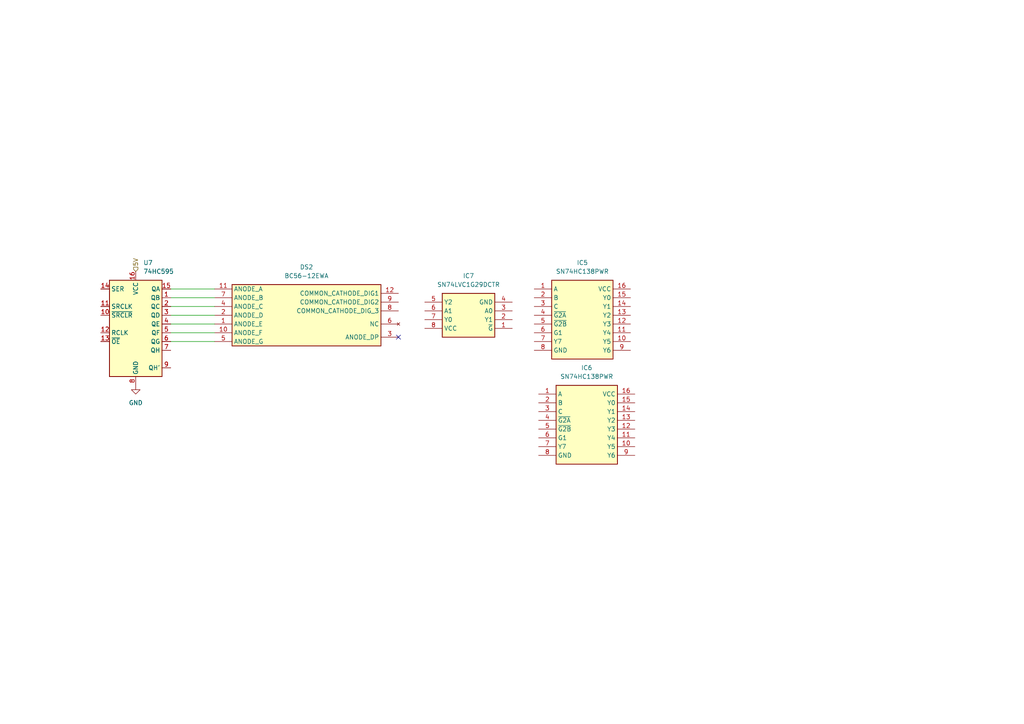
<source format=kicad_sch>
(kicad_sch (version 20231120) (generator "eeschema") (generator_version "8.0")
  (paper "A4")
  (lib_symbols
    (symbol "74xx:74HC595"
      (property "Reference" "U" (at -7.62 13.97 0))
      (property "Value" "74HC595" (at -7.62 -16.51 0))
      (symbol "74HC595_1_0"
        (pin tri_state line (at 10.16 7.62 180) (length 2.54) (name "QB") (number "1"))
        (pin input line (at -10.16 2.54 0) (length 2.54) (name "~{SRCLR}") (number "10"))
        (pin input line (at -10.16 5.08 0) (length 2.54) (name "SRCLK") (number "11"))
        (pin input line (at -10.16 -2.54 0) (length 2.54) (name "RCLK") (number "12"))
        (pin input line (at -10.16 -5.08 0) (length 2.54) (name "~{OE}") (number "13"))
        (pin input line (at -10.16 10.16 0) (length 2.54) (name "SER") (number "14"))
        (pin tri_state line (at 10.16 10.16 180) (length 2.54) (name "QA") (number "15"))
        (pin power_in line (at 0 15.24 270) (length 2.54) (name "VCC") (number "16"))
        (pin tri_state line (at 10.16 5.08 180) (length 2.54) (name "QC") (number "2"))
        (pin tri_state line (at 10.16 2.54 180) (length 2.54) (name "QD") (number "3"))
        (pin tri_state line (at 10.16 0 180) (length 2.54) (name "QE") (number "4"))
        (pin tri_state line (at 10.16 -2.54 180) (length 2.54) (name "QF") (number "5"))
        (pin tri_state line (at 10.16 -5.08 180) (length 2.54) (name "QG") (number "6"))
        (pin tri_state line (at 10.16 -7.62 180) (length 2.54) (name "QH") (number "7"))
        (pin power_in line (at 0 -17.78 90) (length 2.54) (name "GND") (number "8"))
        (pin output line (at 10.16 -12.7 180) (length 2.54) (name "QH'") (number "9"))
      )
      (symbol "74HC595_1_1"
        (rectangle (start -7.62 12.7) (end 7.62 -15.24) (stroke (width 0.254)) (fill (type background)))
      )
    )
    (symbol "SamacSys_Parts:BC56-12EWA"
      (property "Reference" "DS1" (at 26.67 7.62 0))
      (property "Value" "BC56-12EWA" (at 26.67 5.08 0))
      (symbol "BC56-12EWA_1_1"
        (rectangle (start 5.08 2.54) (end 48.26 -15.24) (stroke (width 0.254)) (fill (type background)))
        (pin passive line (at 0 -8.89 0) (length 5.08) (name "ANODE_E") (number "1"))
        (pin passive line (at 0 -11.43 0) (length 5.08) (name "ANODE_F") (number "10"))
        (pin passive line (at 0 1.27 0) (length 5.08) (name "ANODE_A") (number "11"))
        (pin passive line (at 53.34 0 180) (length 5.08) (name "COMMON_CATHODE_DIG1") (number "12"))
        (pin passive line (at 0 -6.35 0) (length 5.08) (name "ANODE_D") (number "2"))
        (pin passive line (at 53.34 -12.7 180) (length 5.08) (name "ANODE_DP") (number "3"))
        (pin passive line (at 0 -3.81 0) (length 5.08) (name "ANODE_C") (number "4"))
        (pin passive line (at 0 -13.97 0) (length 5.08) (name "ANODE_G") (number "5"))
        (pin no_connect line (at 53.34 -8.89 180) (length 5.08) (name "NC") (number "6"))
        (pin passive line (at 0 -1.27 0) (length 5.08) (name "ANODE_B") (number "7"))
        (pin passive line (at 53.34 -5.08 180) (length 5.08) (name "COMMON_CATHODE_DIG_3") (number "8"))
        (pin passive line (at 53.34 -2.54 180) (length 5.08) (name "COMMON_CATHODE_DIG2") (number "9"))
      )
    )
    (symbol "SamacSys_Parts:SN74HC138PWR"
      (property "Reference" "IC" (at 24.13 7.62 0))
      (property "Value" "SN74HC138PWR" (at 24.13 5.08 0))
      (symbol "SN74HC138PWR_1_1"
        (rectangle (start 5.08 2.54) (end 22.86 -20.32) (stroke (width 0.254)) (fill (type background)))
        (pin passive line (at 0 0 0) (length 5.08) (name "A") (number "1"))
        (pin passive line (at 27.94 -15.24 180) (length 5.08) (name "Y5") (number "10"))
        (pin passive line (at 27.94 -12.7 180) (length 5.08) (name "Y4") (number "11"))
        (pin passive line (at 27.94 -10.16 180) (length 5.08) (name "Y3") (number "12"))
        (pin passive line (at 27.94 -7.62 180) (length 5.08) (name "Y2") (number "13"))
        (pin passive line (at 27.94 -5.08 180) (length 5.08) (name "Y1") (number "14"))
        (pin passive line (at 27.94 -2.54 180) (length 5.08) (name "Y0") (number "15"))
        (pin passive line (at 27.94 0 180) (length 5.08) (name "VCC") (number "16"))
        (pin passive line (at 0 -2.54 0) (length 5.08) (name "B") (number "2"))
        (pin passive line (at 0 -5.08 0) (length 5.08) (name "C") (number "3"))
        (pin passive line (at 0 -7.62 0) (length 5.08) (name "~{G2A}") (number "4"))
        (pin passive line (at 0 -10.16 0) (length 5.08) (name "~{G2B}") (number "5"))
        (pin passive line (at 0 -12.7 0) (length 5.08) (name "G1") (number "6"))
        (pin passive line (at 0 -15.24 0) (length 5.08) (name "Y7") (number "7"))
        (pin passive line (at 0 -17.78 0) (length 5.08) (name "GND") (number "8"))
        (pin passive line (at 27.94 -17.78 180) (length 5.08) (name "Y6") (number "9"))
      )
    )
    (symbol "SamacSys_Parts:SN74LVC1G29DCTR"
      (property "Reference" "IC" (at 21.59 7.62 0))
      (property "Value" "SN74LVC1G29DCTR" (at 21.59 5.08 0))
      (symbol "SN74LVC1G29DCTR_1_1"
        (rectangle (start 5.08 2.54) (end 20.32 -10.16) (stroke (width 0.254)) (fill (type background)))
        (pin passive line (at 0 0 0) (length 5.08) (name "~{G}") (number "1"))
        (pin passive line (at 0 -2.54 0) (length 5.08) (name "Y1") (number "2"))
        (pin passive line (at 0 -5.08 0) (length 5.08) (name "A0") (number "3"))
        (pin passive line (at 0 -7.62 0) (length 5.08) (name "GND") (number "4"))
        (pin passive line (at 25.4 -7.62 180) (length 5.08) (name "Y2") (number "5"))
        (pin passive line (at 25.4 -5.08 180) (length 5.08) (name "A1") (number "6"))
        (pin passive line (at 25.4 -2.54 180) (length 5.08) (name "Y0") (number "7"))
        (pin passive line (at 25.4 0 180) (length 5.08) (name "VCC") (number "8"))
      )
    )
    (symbol "power:GND" (power) (pin_numbers hide) (pin_names (offset 0) hide)
      (property "Value" "GND" (at 0 -3.81 0))
      (symbol "GND_0_1"
        (polyline (pts (xy 0 0) (xy 0 -1.27) (xy 1.27 -1.27) (xy 0 -2.54) (xy -1.27 -1.27) (xy 0 -1.27)))
      )
      (symbol "GND_1_1"
        (pin power_in line (at 0 0 270) (length 0) (name "~") (number "1"))
      )
    )
  )
  (no_connect (at 115.57 97.79))
  (wire (pts (xy 49.53 86.36) (xy 62.23 86.36)))
  (wire (pts (xy 49.53 83.82) (xy 62.23 83.82)))
  (wire (pts (xy 49.53 88.9) (xy 62.23 88.9)))
  (wire (pts (xy 49.53 93.98) (xy 62.23 93.98)))
  (wire (pts (xy 49.53 99.06) (xy 62.23 99.06)))
  (wire (pts (xy 49.53 96.52) (xy 62.23 96.52)))
  (wire (pts (xy 49.53 91.44) (xy 62.23 91.44)))
  (hierarchical_label "5V" (shape input) (at 39.37 78.74 90))
  (symbol (lib_id "SamacSys_Parts:SN74HC138PWR") (at 154.94 83.82 0) (unit 1)
    (property "Reference" "IC5" (at 168.91 76.2 0))
    (property "Value" "SN74HC138PWR" (at 168.91 78.74 0))
    (property "Footprint" "SOP65P640X120-16N" (effects (hide yes)))
    (property "Datasheet" "http://www.ti.com/lit/gpn/sn74hc138" (effects (hide yes)))
    (property "Description" "3-Line To 8-Line Decoders/Demultiplexers" (effects (hide yes)))
    (property "Height" "1.2" (effects (hide yes)))
    (property "Manufacturer_Name" "Texas Instruments" (effects (hide yes)))
    (property "Manufacturer_Part_Number" "SN74HC138PWR" (effects (hide yes)))
    (property "Mouser Part Number" "595-SN74HC138PWR" (effects (hide yes)))
    (property "Mouser Price/Stock" "https://www.mouser.co.uk/ProductDetail/Texas-Instruments/SN74HC138PWR?qs=WzgTT80quPG%2F%252Bg2Du7xoUA%3D%3D" (effects (hide yes)))
    (property "Arrow Part Number" "SN74HC138PWR" (effects (hide yes)))
    (property "Arrow Price/Stock" "https://www.arrow.com/en/products/sn74hc138pwr/texas-instruments?utm_currency=USD&region=nac" (effects (hide yes)))
  )
  (symbol (lib_id "SamacSys_Parts:SN74LVC1G29DCTR") (at 148.59 95.25 180) (unit 1)
    (property "Reference" "IC7" (at 135.89 80.01 0))
    (property "Value" "SN74LVC1G29DCTR" (at 135.89 82.55 0))
    (property "Footprint" "SOP65P400X130-8N" (effects (hide yes)))
    (property "Datasheet" "http://www.ti.com/lit/gpn/sn74lvc1g29" (effects (hide yes)))
    (property "Description" "2-of-3 Decoder/Demultiplexer" (effects (hide yes)))
    (property "Height" "1.3" (effects (hide yes)))
    (property "Manufacturer_Name" "Texas Instruments" (effects (hide yes)))
    (property "Manufacturer_Part_Number" "SN74LVC1G29DCTR" (effects (hide yes)))
    (property "Mouser Part Number" "595-SN74LVC1G29DCTR" (effects (hide yes)))
    (property "Mouser Price/Stock" "https://www.mouser.co.uk/ProductDetail/Texas-Instruments/SN74LVC1G29DCTR?qs=pajgIaoyDUigjfMBtNA2Lw%3D%3D" (effects (hide yes)))
    (property "Arrow Part Number" "SN74LVC1G29DCTR" (effects (hide yes)))
    (property "Arrow Price/Stock" "null?region=nac" (effects (hide yes)))
  )
  (symbol (lib_id "SamacSys_Parts:BC56-12EWA") (at 62.23 85.09 0) (unit 1)
    (property "Reference" "DS2" (at 88.9 77.47 0))
    (property "Value" "BC56-12EWA" (at 88.9 80.01 0))
    (property "Footprint" "DIPS1524W50P254L3760H835Q12N" (effects (hide yes)))
    (property "Datasheet" "http://www.kingbrightusa.com/images/catalog/SPEC/BC56-12EWA.pdf" (effects (hide yes)))
    (property "Description" "LED Displays & Accessories Tri Red 625nm Common Cathode" (effects (hide yes)))
    (property "Height" "8.35" (effects (hide yes)))
    (property "Manufacturer_Name" "Kingbright" (effects (hide yes)))
    (property "Manufacturer_Part_Number" "BC56-12EWA" (effects (hide yes)))
    (property "Mouser Part Number" "604-BC56-12EWA" (effects (hide yes)))
    (property "Mouser Price/Stock" "https://www.mouser.co.uk/ProductDetail/Kingbright/BC56-12EWA?qs=VdjlWU%2FzoOFYzPvg24W7QQ%3D%3D" (effects (hide yes)))
  )
  (symbol (lib_id "74xx:74HC595") (at 39.37 93.98 0) (unit 1)
    (property "Reference" "U7" (at 41.5641 76.2 0) (effects (justify left)))
    (property "Value" "74HC595" (at 41.5641 78.74 0) (effects (justify left)))
    (property "Datasheet" "http://www.ti.com/lit/ds/symlink/sn74hc595.pdf" (effects (hide yes)))
    (property "Description" "8-bit serial in/out Shift Register 3-State Outputs" (effects (hide yes)))
  )
  (symbol (lib_id "power:GND") (at 39.37 111.76 0) (unit 1)
    (property "Reference" "#PWR043" (effects (hide yes)))
    (property "Value" "GND" (at 39.37 116.84 0))
    (property "Description" "Power symbol creates a global label with name \"GND\" , ground" (effects (hide yes)))
  )
  (symbol (lib_id "SamacSys_Parts:SN74HC138PWR") (at 156.21 114.3 0) (unit 1)
    (property "Reference" "IC6" (at 170.18 106.68 0))
    (property "Value" "SN74HC138PWR" (at 170.18 109.22 0))
    (property "Footprint" "SOP65P640X120-16N" (effects (hide yes)))
    (property "Datasheet" "http://www.ti.com/lit/gpn/sn74hc138" (effects (hide yes)))
    (property "Description" "3-Line To 8-Line Decoders/Demultiplexers" (effects (hide yes)))
    (property "Height" "1.2" (effects (hide yes)))
    (property "Manufacturer_Name" "Texas Instruments" (effects (hide yes)))
    (property "Manufacturer_Part_Number" "SN74HC138PWR" (effects (hide yes)))
    (property "Mouser Part Number" "595-SN74HC138PWR" (effects (hide yes)))
    (property "Mouser Price/Stock" "https://www.mouser.co.uk/ProductDetail/Texas-Instruments/SN74HC138PWR?qs=WzgTT80quPG%2F%252Bg2Du7xoUA%3D%3D" (effects (hide yes)))
    (property "Arrow Part Number" "SN74HC138PWR" (effects (hide yes)))
    (property "Arrow Price/Stock" "https://www.arrow.com/en/products/sn74hc138pwr/texas-instruments?utm_currency=USD&region=nac" (effects (hide yes)))
  )
)
</source>
